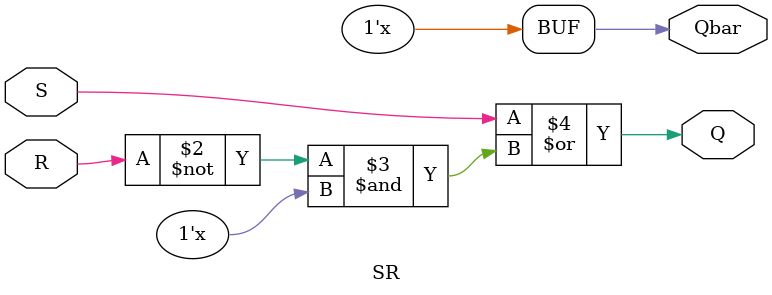
<source format=v>
`timescale 1ns / 1ps


module SR(
    input S,R,
    output reg Q,Qbar
    );
    
    always @(S,R)
    begin
        Q <= S | ~R & Q;
        Qbar <= ~Q;
    end
endmodule

</source>
